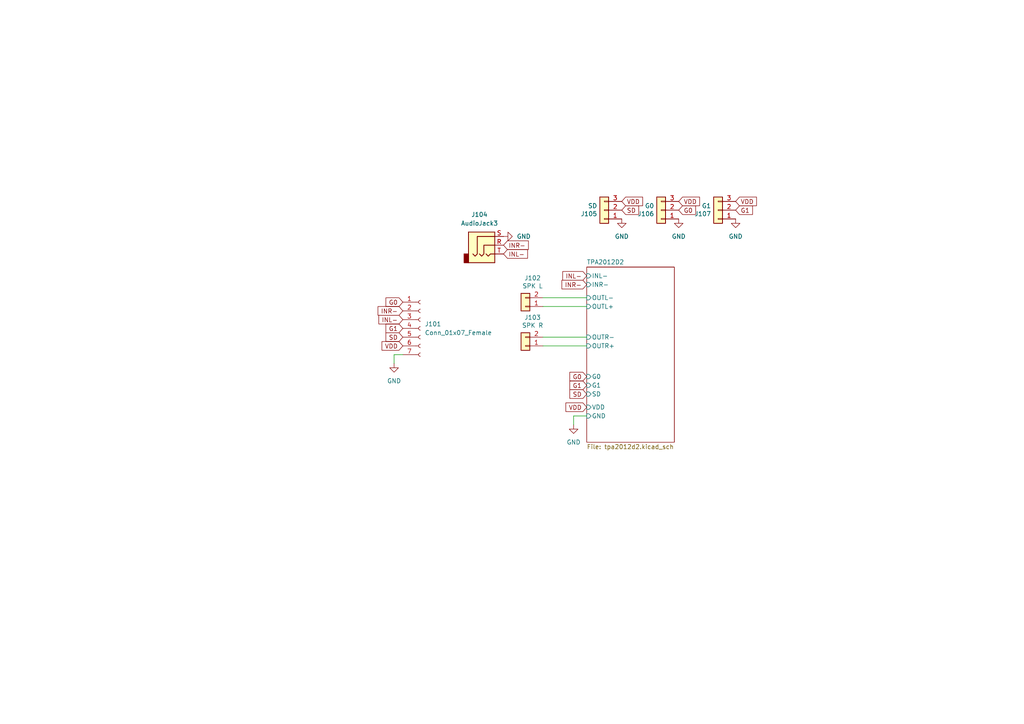
<source format=kicad_sch>
(kicad_sch (version 20211123) (generator eeschema)
  (paper "A4")
  (lib_symbols
    (symbol "Connector:AudioJack3"
      (property "Reference" "J" (at 0 8.89 0))
      (property "Value" "AudioJack3" (at 0 6.35 0))
      (symbol "AudioJack3_0_1"
        (rectangle (start -5.08 -5.08) (end -6.35 -2.54) (stroke (width 0.254)) (fill (type outline)))
        (polyline (pts (xy 0 -2.54) (xy 0.635 -3.175) (xy 1.27 -2.54) (xy 2.54 -2.54)) (stroke (width 0.254)))
        (polyline (pts (xy -1.905 -2.54) (xy -1.27 -3.175) (xy -0.635 -2.54) (xy -0.635 0) (xy 2.54 0)) (stroke (width 0.254)))
        (polyline (pts (xy 2.54 2.54) (xy -2.54 2.54) (xy -2.54 -2.54) (xy -3.175 -3.175) (xy -3.81 -2.54)) (stroke (width 0.254)))
        (rectangle (start 2.54 3.81) (end -5.08 -5.08) (stroke (width 0.254)) (fill (type background)))
      )
      (symbol "AudioJack3_1_1"
        (pin passive line (at 5.08 0 180) (length 2.54) (name "~") (number "R"))
        (pin passive line (at 5.08 2.54 180) (length 2.54) (name "~") (number "S"))
        (pin passive line (at 5.08 -2.54 180) (length 2.54) (name "~") (number "T"))
      )
    )
    (symbol "Connector:Conn_01x07_Female" (pin_names (offset 1.016) hide)
      (property "Reference" "J" (at 0 10.16 0))
      (property "Value" "Conn_01x07_Female" (at 0 -10.16 0))
      (symbol "Conn_01x07_Female_1_1"
        (arc (start 0 -7.112) (mid -0.508 -7.62) (end 0 -8.128) (stroke (width 0.1524)))
        (arc (start 0 -4.572) (mid -0.508 -5.08) (end 0 -5.588) (stroke (width 0.1524)))
        (arc (start 0 -2.032) (mid -0.508 -2.54) (end 0 -3.048) (stroke (width 0.1524)))
        (polyline (pts (xy -1.27 -7.62) (xy -0.508 -7.62)) (stroke (width 0.1524)))
        (polyline (pts (xy -1.27 -5.08) (xy -0.508 -5.08)) (stroke (width 0.1524)))
        (polyline (pts (xy -1.27 -2.54) (xy -0.508 -2.54)) (stroke (width 0.1524)))
        (polyline (pts (xy -1.27 0) (xy -0.508 0)) (stroke (width 0.1524)))
        (polyline (pts (xy -1.27 2.54) (xy -0.508 2.54)) (stroke (width 0.1524)))
        (polyline (pts (xy -1.27 5.08) (xy -0.508 5.08)) (stroke (width 0.1524)))
        (polyline (pts (xy -1.27 7.62) (xy -0.508 7.62)) (stroke (width 0.1524)))
        (arc (start 0 0.508) (mid -0.508 0) (end 0 -0.508) (stroke (width 0.1524)))
        (arc (start 0 3.048) (mid -0.508 2.54) (end 0 2.032) (stroke (width 0.1524)))
        (arc (start 0 5.588) (mid -0.508 5.08) (end 0 4.572) (stroke (width 0.1524)))
        (arc (start 0 8.128) (mid -0.508 7.62) (end 0 7.112) (stroke (width 0.1524)))
        (pin passive line (at -5.08 7.62 0) (length 3.81) (name "Pin_1") (number "1"))
        (pin passive line (at -5.08 5.08 0) (length 3.81) (name "Pin_2") (number "2"))
        (pin passive line (at -5.08 2.54 0) (length 3.81) (name "Pin_3") (number "3"))
        (pin passive line (at -5.08 0 0) (length 3.81) (name "Pin_4") (number "4"))
        (pin passive line (at -5.08 -2.54 0) (length 3.81) (name "Pin_5") (number "5"))
        (pin passive line (at -5.08 -5.08 0) (length 3.81) (name "Pin_6") (number "6"))
        (pin passive line (at -5.08 -7.62 0) (length 3.81) (name "Pin_7") (number "7"))
      )
    )
    (symbol "Connector_Generic:Conn_01x02" (pin_names (offset 1.016) hide)
      (property "Reference" "J" (at 0 2.54 0))
      (property "Value" "Conn_01x02" (at 0 -5.08 0))
      (symbol "Conn_01x02_1_1"
        (rectangle (start -1.27 -2.413) (end 0 -2.667) (stroke (width 0.1524)))
        (rectangle (start -1.27 0.127) (end 0 -0.127) (stroke (width 0.1524)))
        (rectangle (start -1.27 1.27) (end 1.27 -3.81) (stroke (width 0.254)) (fill (type background)))
        (pin passive line (at -5.08 0 0) (length 3.81) (name "Pin_1") (number "1"))
        (pin passive line (at -5.08 -2.54 0) (length 3.81) (name "Pin_2") (number "2"))
      )
    )
    (symbol "Connector_Generic:Conn_01x03" (pin_names (offset 1.016) hide)
      (property "Reference" "J" (at 0 5.08 0))
      (property "Value" "Conn_01x03" (at 0 -5.08 0))
      (symbol "Conn_01x03_1_1"
        (rectangle (start -1.27 -2.413) (end 0 -2.667) (stroke (width 0.1524)))
        (rectangle (start -1.27 0.127) (end 0 -0.127) (stroke (width 0.1524)))
        (rectangle (start -1.27 2.667) (end 0 2.413) (stroke (width 0.1524)))
        (rectangle (start -1.27 3.81) (end 1.27 -3.81) (stroke (width 0.254)) (fill (type background)))
        (pin passive line (at -5.08 2.54 0) (length 3.81) (name "Pin_1") (number "1"))
        (pin passive line (at -5.08 0 0) (length 3.81) (name "Pin_2") (number "2"))
        (pin passive line (at -5.08 -2.54 0) (length 3.81) (name "Pin_3") (number "3"))
      )
    )
    (symbol "power:GND" (power) (pin_names (offset 0))
      (property "Value" "GND" (at 0 -3.81 0))
      (symbol "GND_0_1"
        (polyline (pts (xy 0 0) (xy 0 -1.27) (xy 1.27 -1.27) (xy 0 -2.54) (xy -1.27 -1.27) (xy 0 -1.27)))
      )
      (symbol "GND_1_1"
        (pin power_in line (at 0 0 270) (length 0) hide (name "GND") (number "1"))
      )
    )
  )
  (wire (pts (xy 157.48 88.9) (xy 170.18 88.9)))
  (wire (pts (xy 157.48 100.33) (xy 170.18 100.33)))
  (wire (pts (xy 157.48 97.79) (xy 170.18 97.79)))
  (wire (pts (xy 157.48 86.36) (xy 170.18 86.36)))
  (wire (pts (xy 114.3 102.87) (xy 116.84 102.87)))
  (wire (pts (xy 166.37 123.19) (xy 166.37 120.65)))
  (wire (pts (xy 114.3 105.41) (xy 114.3 102.87)))
  (wire (pts (xy 166.37 120.65) (xy 170.18 120.65)))
  (global_label "G0" (shape input) (at 116.84 87.63 180) (property "Intersheet References" "${INTERSHEET_REFS}" (effects hide)))
  (global_label "G1" (shape input) (at 213.36 60.96 0) (property "Intersheet References" "${INTERSHEET_REFS}" (effects hide)))
  (global_label "G1" (shape input) (at 116.84 95.25 180) (property "Intersheet References" "${INTERSHEET_REFS}" (effects hide)))
  (global_label "VDD" (shape input) (at 116.84 100.33 180) (property "Intersheet References" "${INTERSHEET_REFS}" (effects hide)))
  (global_label "SD" (shape input) (at 170.18 114.3 180) (property "Intersheet References" "${INTERSHEET_REFS}" (effects hide)))
  (global_label "INR-" (shape input) (at 146.05 71.12 0) (property "Intersheet References" "${INTERSHEET_REFS}" (effects hide)))
  (global_label "INL-" (shape input) (at 170.18 80.01 180) (property "Intersheet References" "${INTERSHEET_REFS}" (effects hide)))
  (global_label "INL-" (shape input) (at 146.05 73.66 0) (property "Intersheet References" "${INTERSHEET_REFS}" (effects hide)))
  (global_label "VDD" (shape input) (at 180.34 58.42 0) (property "Intersheet References" "${INTERSHEET_REFS}" (effects hide)))
  (global_label "INL-" (shape input) (at 116.84 92.71 180) (property "Intersheet References" "${INTERSHEET_REFS}" (effects hide)))
  (global_label "G0" (shape input) (at 196.85 60.96 0) (property "Intersheet References" "${INTERSHEET_REFS}" (effects hide)))
  (global_label "SD" (shape input) (at 116.84 97.79 180) (property "Intersheet References" "${INTERSHEET_REFS}" (effects hide)))
  (global_label "VDD" (shape input) (at 170.18 118.11 180) (property "Intersheet References" "${INTERSHEET_REFS}" (effects hide)))
  (global_label "G0" (shape input) (at 170.18 109.22 180) (property "Intersheet References" "${INTERSHEET_REFS}" (effects hide)))
  (global_label "VDD" (shape input) (at 196.85 58.42 0) (property "Intersheet References" "${INTERSHEET_REFS}" (effects hide)))
  (global_label "VDD" (shape input) (at 213.36 58.42 0) (property "Intersheet References" "${INTERSHEET_REFS}" (effects hide)))
  (global_label "G1" (shape input) (at 170.18 111.76 180) (property "Intersheet References" "${INTERSHEET_REFS}" (effects hide)))
  (global_label "INR-" (shape input) (at 116.84 90.17 180) (property "Intersheet References" "${INTERSHEET_REFS}" (effects hide)))
  (global_label "INR-" (shape input) (at 170.18 82.55 180) (property "Intersheet References" "${INTERSHEET_REFS}" (effects hide)))
  (global_label "SD" (shape input) (at 180.34 60.96 0) (property "Intersheet References" "${INTERSHEET_REFS}" (effects hide)))
  (symbol (lib_id "power:GND") (at 180.34 63.5 0) (unit 1)
    (property "Reference" "#PWR0106" (effects hide))
    (property "Value" "GND" (at 180.34 68.58 0))
  )
  (symbol (lib_id "Connector_Generic:Conn_01x02") (at 152.4 100.33 180) (unit 1)
    (property "Reference" "J103" (at 154.4828 92.075 0))
    (property "Value" "SPK R" (at 154.4828 94.3864 0))
    (property "Footprint" "Connector_JST:JST_PH_S2B-PH-K_1x02_P2.00mm_Horizontal" (effects hide))
    (property "JLCPCB BOM" "False" (effects hide))
  )
  (symbol (lib_id "power:GND") (at 166.37 123.19 0) (unit 1)
    (property "Reference" "#PWR0101" (effects hide))
    (property "Value" "GND" (at 166.37 128.27 0))
  )
  (symbol (lib_id "power:GND") (at 213.36 63.5 0) (unit 1)
    (property "Reference" "#PWR0105" (effects hide))
    (property "Value" "GND" (at 213.36 68.58 0))
  )
  (symbol (lib_id "power:GND") (at 196.85 63.5 0) (unit 1)
    (property "Reference" "#PWR0104" (effects hide))
    (property "Value" "GND" (at 196.85 68.58 0))
  )
  (symbol (lib_id "power:GND") (at 114.3 105.41 0) (unit 1)
    (property "Reference" "#PWR0102" (effects hide))
    (property "Value" "GND" (at 114.3 110.49 0))
  )
  (symbol (lib_id "Connector:Conn_01x07_Female") (at 121.92 95.25 0) (unit 1)
    (property "Reference" "J101" (at 123.19 93.9799 0) (effects (justify left)))
    (property "Value" "Conn_01x07_Female" (at 123.19 96.5199 0) (effects (justify left)))
    (property "Footprint" "Connector_PinSocket_2.54mm:PinSocket_1x07_P2.54mm_Vertical" (effects hide))
    (property "JLCPCB BOM" "False" (effects hide))
  )
  (symbol (lib_id "power:GND") (at 146.05 68.58 90) (unit 1)
    (property "Reference" "#PWR0103" (effects hide))
    (property "Value" "GND" (at 149.86 68.5799 90) (effects (justify right)))
  )
  (symbol (lib_id "Connector:AudioJack3") (at 140.97 71.12 0) (unit 1)
    (property "Reference" "J104" (at 139.065 62.23 0))
    (property "Value" "AudioJack3" (at 139.065 64.77 0))
    (property "Footprint" "tpa2012d2:PJ-320B-3A" (effects hide))
    (property "MSCS Part" "C707224" (effects hide))
  )
  (symbol (lib_id "Connector_Generic:Conn_01x02") (at 152.4 88.9 180) (unit 1)
    (property "Reference" "J102" (at 154.4828 80.645 0))
    (property "Value" "SPK L" (at 154.4828 82.9564 0))
    (property "Footprint" "Connector_JST:JST_PH_S2B-PH-K_1x02_P2.00mm_Horizontal" (effects hide))
    (property "JLCPCB BOM" "False" (effects hide))
  )
  (symbol (lib_id "Connector_Generic:Conn_01x03") (at 191.77 60.96 180) (unit 1)
    (property "Reference" "J106" (at 189.738 62.0268 0) (effects (justify left)))
    (property "Value" "G0" (at 189.738 59.7154 0) (effects (justify left)))
    (property "Footprint" "Connector_PinHeader_2.54mm:PinHeader_1x03_P2.54mm_Vertical" (effects hide))
    (property "JLCPCB BOM" "False" (effects hide))
  )
  (symbol (lib_id "Connector_Generic:Conn_01x03") (at 208.28 60.96 180) (unit 1)
    (property "Reference" "J107" (at 206.248 62.0268 0) (effects (justify left)))
    (property "Value" "G1" (at 206.248 59.7154 0) (effects (justify left)))
    (property "Footprint" "Connector_PinHeader_2.54mm:PinHeader_1x03_P2.54mm_Vertical" (effects hide))
    (property "JLCPCB BOM" "False" (effects hide))
  )
  (symbol (lib_id "Connector_Generic:Conn_01x03") (at 175.26 60.96 180) (unit 1)
    (property "Reference" "J105" (at 173.228 62.0268 0) (effects (justify left)))
    (property "Value" "SD" (at 173.228 59.7154 0) (effects (justify left)))
    (property "Footprint" "Connector_PinHeader_2.54mm:PinHeader_1x03_P2.54mm_Vertical" (effects hide))
    (property "JLCPCB BOM" "False" (effects hide))
  )
  (sheet (at 170.18 77.47) (size 25.4 50.8) (stroke (width 0.1524))
    (property "Sheet name" "TPA2012D2" (at 170.18 76.7584 0) (effects (justify left bottom)))
    (property "Sheet file" "tpa2012d2.kicad_sch" (at 170.18 128.8546 0) (effects (justify left top)))
    (pin "OUTR-" input (at 170.18 97.79 180))
    (pin "GND" input (at 170.18 120.65 180))
    (pin "VDD" input (at 170.18 118.11 180))
    (pin "G1" input (at 170.18 111.76 180))
    (pin "OUTL+" input (at 170.18 88.9 180))
    (pin "G0" input (at 170.18 109.22 180))
    (pin "OUTR+" input (at 170.18 100.33 180))
    (pin "INR-" input (at 170.18 82.55 180))
    (pin "SD" input (at 170.18 114.3 180))
    (pin "OUTL-" input (at 170.18 86.36 180))
    (pin "INL-" input (at 170.18 80.01 180))
  )
)
</source>
